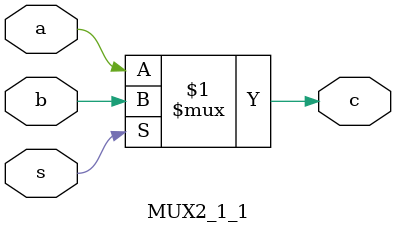
<source format=v>
`timescale 1ns / 1ps


module MUX2_1_1(a , b , s , c) ;
    input a,b,s;
    output c;
    assign c = s ? b:a;
//    not i0(S_n,s);
//    nand i1(A0_S,a,S_n);
//    nand i2(A1_S,b,s);
//    nand i3(c,A0_S,A1_S);
endmodule

</source>
